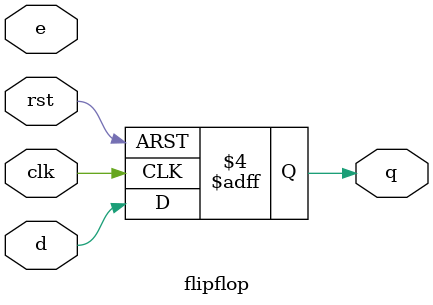
<source format=v>
module flipflop(q, clk, rst, d,e);
input clk;
input rst;
input d;
input e;
output q;
reg q;
wire c;
and (c,clk,e);
always @(posedge clk or posedge rst)
begin
if (rst==1)
q<=0;
else //if(e==1)
q<=d;
end
endmodule

</source>
